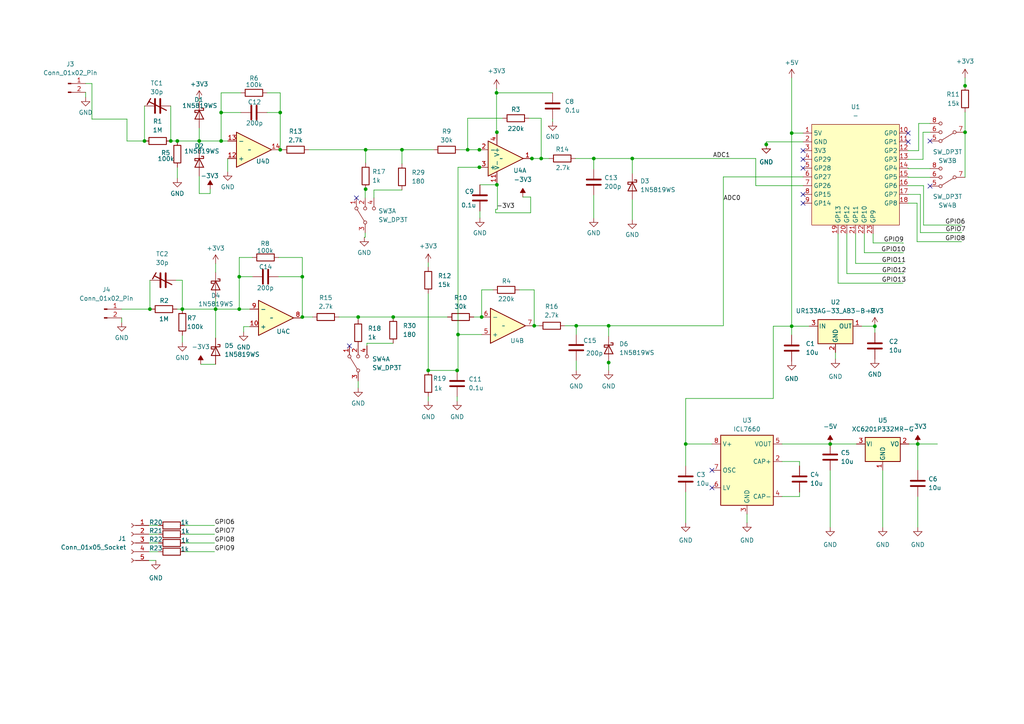
<source format=kicad_sch>
(kicad_sch (version 20230121) (generator eeschema)
  (paper "A4")
  (lib_symbols
    (symbol "Connector:Conn_01x02_Pin" (pin_names (offset 1.016) hide)
      (property "Reference" "J" (at 0 2.54 0))
      (property "Value" "Conn_01x02_Pin" (at 0 -5.08 0))
      (symbol "Conn_01x02_Pin_1_1"
        (polyline (pts (xy 1.27 -2.54) (xy 0.8636 -2.54)) (stroke (width 0.1524)))
        (polyline (pts (xy 1.27 0) (xy 0.8636 0)) (stroke (width 0.1524)))
        (rectangle (start 0.8636 -2.413) (end 0 -2.667) (stroke (width 0.1524)) (fill (type outline)))
        (rectangle (start 0.8636 0.127) (end 0 -0.127) (stroke (width 0.1524)) (fill (type outline)))
        (pin passive line (at 5.08 0 180) (length 3.81) (name "Pin_1") (number "1"))
        (pin passive line (at 5.08 -2.54 180) (length 3.81) (name "Pin_2") (number "2"))
      )
    )
    (symbol "Connector:Conn_01x05_Socket" (pin_names (offset 1.016) hide)
      (property "Reference" "J" (at 0 7.62 0))
      (property "Value" "Conn_01x05_Socket" (at 0 -7.62 0))
      (symbol "Conn_01x05_Socket_1_1"
        (arc (start 0 -4.572) (mid -0.5058 -5.08) (end 0 -5.588) (stroke (width 0.1524)))
        (arc (start 0 -2.032) (mid -0.5058 -2.54) (end 0 -3.048) (stroke (width 0.1524)))
        (polyline (pts (xy -1.27 -5.08) (xy -0.508 -5.08)) (stroke (width 0.1524)))
        (polyline (pts (xy -1.27 -2.54) (xy -0.508 -2.54)) (stroke (width 0.1524)))
        (polyline (pts (xy -1.27 0) (xy -0.508 0)) (stroke (width 0.1524)))
        (polyline (pts (xy -1.27 2.54) (xy -0.508 2.54)) (stroke (width 0.1524)))
        (polyline (pts (xy -1.27 5.08) (xy -0.508 5.08)) (stroke (width 0.1524)))
        (arc (start 0 0.508) (mid -0.5058 0) (end 0 -0.508) (stroke (width 0.1524)))
        (arc (start 0 3.048) (mid -0.5058 2.54) (end 0 2.032) (stroke (width 0.1524)))
        (arc (start 0 5.588) (mid -0.5058 5.08) (end 0 4.572) (stroke (width 0.1524)))
        (pin passive line (at -5.08 5.08 0) (length 3.81) (name "Pin_1") (number "1"))
        (pin passive line (at -5.08 2.54 0) (length 3.81) (name "Pin_2") (number "2"))
        (pin passive line (at -5.08 0 0) (length 3.81) (name "Pin_3") (number "3"))
        (pin passive line (at -5.08 -2.54 0) (length 3.81) (name "Pin_4") (number "4"))
        (pin passive line (at -5.08 -5.08 0) (length 3.81) (name "Pin_5") (number "5"))
      )
    )
    (symbol "Device:C" (pin_numbers hide) (pin_names (offset 0.254))
      (property "Reference" "C" (at 0.635 2.54 0))
      (property "Value" "C" (at 0.635 -2.54 0))
      (symbol "C_0_1"
        (polyline (pts (xy -2.032 -0.762) (xy 2.032 -0.762)) (stroke (width 0.508)))
        (polyline (pts (xy -2.032 0.762) (xy 2.032 0.762)) (stroke (width 0.508)))
      )
      (symbol "C_1_1"
        (pin passive line (at 0 3.81 270) (length 2.794) (name "~") (number "1"))
        (pin passive line (at 0 -3.81 90) (length 2.794) (name "~") (number "2"))
      )
    )
    (symbol "Device:C_Trim" (pin_numbers hide) (pin_names (offset 0.254) hide)
      (property "Reference" "C" (at 1.524 -2.032 0))
      (property "Value" "C_Trim" (at 3.048 -3.556 0))
      (symbol "C_Trim_0_1"
        (polyline (pts (xy -2.032 -0.762) (xy 2.032 -0.762)) (stroke (width 0.508)))
        (polyline (pts (xy -2.032 0.762) (xy 2.032 0.762)) (stroke (width 0.508)))
        (polyline (pts (xy 1.27 2.54) (xy -1.27 -2.54)) (stroke (width 0.3048)))
        (polyline (pts (xy 1.27 2.54) (xy 0.381 3.048)) (stroke (width 0.3048)))
        (polyline (pts (xy 1.27 2.54) (xy 2.159 2.032)) (stroke (width 0.3048)))
      )
      (symbol "C_Trim_1_1"
        (pin passive line (at 0 3.81 270) (length 3.048) (name "~") (number "1"))
        (pin passive line (at 0 -3.81 90) (length 3.048) (name "~") (number "2"))
      )
    )
    (symbol "Device:R" (pin_numbers hide) (pin_names (offset 0))
      (property "Reference" "R" (at 2.032 0 90))
      (property "Value" "R" (at 0 0 90))
      (symbol "R_0_1"
        (rectangle (start -1.016 -2.54) (end 1.016 2.54) (stroke (width 0.254)))
      )
      (symbol "R_1_1"
        (pin passive line (at 0 3.81 270) (length 1.27) (name "~") (number "1"))
        (pin passive line (at 0 -3.81 90) (length 1.27) (name "~") (number "2"))
      )
    )
    (symbol "Diode:1N5819WS" (pin_numbers hide) (pin_names (offset 1.016) hide)
      (property "Reference" "D" (at 0 2.54 0))
      (property "Value" "1N5819WS" (at 0 -2.54 0))
      (symbol "1N5819WS_0_1"
        (polyline (pts (xy 1.27 0) (xy -1.27 0)))
        (polyline (pts (xy 1.27 1.27) (xy 1.27 -1.27) (xy -1.27 0) (xy 1.27 1.27)) (stroke (width 0.254)))
        (polyline (pts (xy -1.905 0.635) (xy -1.905 1.27) (xy -1.27 1.27) (xy -1.27 -1.27) (xy -0.635 -1.27) (xy -0.635 -0.635)) (stroke (width 0.254)))
      )
      (symbol "1N5819WS_1_1"
        (pin passive line (at -3.81 0 0) (length 2.54) (name "K") (number "1"))
        (pin passive line (at 3.81 0 180) (length 2.54) (name "A") (number "2"))
      )
    )
    (symbol "RP2040-Zero:RP2040-Zero"
      (property "Reference" "U1" (at 0 12.7 0))
      (property "Value" "-" (at 0 10.16 0))
      (symbol "RP2040-Zero_0_1"
        (rectangle (start -12.7 7.62) (end 12.7 -21.59) (fill (type background)))
      )
      (symbol "RP2040-Zero_1_1"
        (pin power_in line (at -15.24 5.08 0) (length 2.54) (name "5V") (number "1"))
        (pin bidirectional line (at 15.24 5.08 180) (length 2.54) (name "GP0") (number "10"))
        (pin bidirectional line (at 15.24 2.54 180) (length 2.54) (name "GP1") (number "11"))
        (pin bidirectional line (at 15.24 0 180) (length 2.54) (name "GP2") (number "12"))
        (pin bidirectional line (at 15.24 -2.54 180) (length 2.54) (name "GP3") (number "13"))
        (pin bidirectional line (at 15.24 -5.08 180) (length 2.54) (name "GP4") (number "14"))
        (pin bidirectional line (at 15.24 -7.62 180) (length 2.54) (name "GP5") (number "15"))
        (pin bidirectional line (at 15.24 -10.16 180) (length 2.54) (name "GP6") (number "16"))
        (pin bidirectional line (at 15.24 -12.7 180) (length 2.54) (name "GP7") (number "17"))
        (pin bidirectional line (at 15.24 -15.24 180) (length 2.54) (name "GP8") (number "18"))
        (pin bidirectional line (at -5.08 -24.13 90) (length 2.54) (name "GP13") (number "19"))
        (pin power_in line (at -15.24 2.54 0) (length 2.54) (name "GND") (number "2"))
        (pin bidirectional line (at -2.54 -24.13 90) (length 2.54) (name "GP12") (number "20"))
        (pin bidirectional line (at 0 -24.13 90) (length 2.54) (name "GP11") (number "21"))
        (pin bidirectional line (at 2.54 -24.13 90) (length 2.54) (name "GP10") (number "22"))
        (pin bidirectional line (at 5.08 -24.13 90) (length 2.54) (name "GP9") (number "23"))
        (pin power_in line (at -15.24 0 0) (length 2.54) (name "3V3") (number "3"))
        (pin bidirectional line (at -15.24 -2.54 0) (length 2.54) (name "GP29") (number "4"))
        (pin bidirectional line (at -15.24 -5.08 0) (length 2.54) (name "GP28") (number "5"))
        (pin bidirectional line (at -15.24 -7.62 0) (length 2.54) (name "GP27") (number "6"))
        (pin bidirectional line (at -15.24 -10.16 0) (length 2.54) (name "GP26") (number "7"))
        (pin bidirectional line (at -15.24 -12.7 0) (length 2.54) (name "GP15") (number "8"))
        (pin bidirectional line (at -15.24 -15.24 0) (length 2.54) (name "GP14") (number "9"))
      )
    )
    (symbol "Regulator_Linear:L78L33_SOT89" (pin_names (offset 0.254))
      (property "Reference" "U" (at -3.81 3.175 0))
      (property "Value" "L78L33_SOT89" (at -0.635 3.175 0))
      (symbol "L78L33_SOT89_0_1"
        (rectangle (start -5.08 1.905) (end 5.08 -5.08) (stroke (width 0.254)) (fill (type background)))
      )
      (symbol "L78L33_SOT89_1_1"
        (pin power_out line (at 7.62 0 180) (length 2.54) (name "OUT") (number "1"))
        (pin power_in line (at 0 -7.62 90) (length 2.54) (name "GND") (number "2"))
        (pin power_in line (at -7.62 0 0) (length 2.54) (name "IN") (number "3"))
      )
    )
    (symbol "Regulator_Linear:XC6206PxxxMR" (pin_names (offset 0.254))
      (property "Reference" "U" (at -3.81 3.175 0))
      (property "Value" "XC6206PxxxMR" (at 0 3.175 0))
      (symbol "XC6206PxxxMR_0_1"
        (rectangle (start -5.08 1.905) (end 5.08 -5.08) (stroke (width 0.254)) (fill (type background)))
      )
      (symbol "XC6206PxxxMR_1_1"
        (pin power_in line (at 0 -7.62 90) (length 2.54) (name "GND") (number "1"))
        (pin power_out line (at 7.62 0 180) (length 2.54) (name "VO") (number "2"))
        (pin power_in line (at -7.62 0 0) (length 2.54) (name "VI") (number "3"))
      )
    )
    (symbol "Regulator_SwitchedCapacitor:ICL7660"
      (property "Reference" "U" (at -6.35 11.43 0))
      (property "Value" "ICL7660" (at 3.81 11.43 0))
      (symbol "ICL7660_0_1"
        (rectangle (start -7.62 10.16) (end 7.62 -10.16) (stroke (width 0.254)) (fill (type background)))
      )
      (symbol "ICL7660_1_1"
        (pin no_connect line (at -7.62 5.08 0) (length 2.54) hide (name "NC") (number "1"))
        (pin input line (at 10.16 2.54 180) (length 2.54) (name "CAP+") (number "2"))
        (pin power_in line (at 0 -12.7 90) (length 2.54) (name "GND") (number "3"))
        (pin input line (at 10.16 -7.62 180) (length 2.54) (name "CAP-") (number "4"))
        (pin power_out line (at 10.16 7.62 180) (length 2.54) (name "VOUT") (number "5"))
        (pin input line (at -10.16 -5.08 0) (length 2.54) (name "LV") (number "6"))
        (pin input line (at -10.16 0 0) (length 2.54) (name "OSC") (number "7"))
        (pin power_in line (at -10.16 7.62 0) (length 2.54) (name "V+") (number "8"))
      )
    )
    (symbol "Switch:SW_DP3T" (pin_names (offset 0) hide)
      (property "Reference" "SW" (at 0 5.08 0))
      (property "Value" "SW_DP3T" (at 0 -5.08 0))
      (symbol "SW_DP3T_0_1"
        (circle (center -2.032 0) (radius 0.4572))
        (polyline (pts (xy -1.651 0.254) (xy 1.651 2.286)))
        (circle (center 2.032 -2.54) (radius 0.4572))
        (circle (center 2.032 0) (radius 0.4572))
        (circle (center 2.032 2.54) (radius 0.4572))
      )
      (symbol "SW_DP3T_1_1"
        (pin passive line (at 5.08 2.54 180) (length 2.54) (name "1") (number "1"))
        (pin passive line (at 5.08 0 180) (length 2.54) (name "2") (number "2"))
        (pin passive line (at -5.08 0 0) (length 2.54) (name "3") (number "3"))
        (pin passive line (at 5.08 -2.54 180) (length 2.54) (name "4") (number "4"))
      )
      (symbol "SW_DP3T_2_1"
        (pin passive line (at 5.08 2.54 180) (length 2.54) (name "5") (number "5"))
        (pin passive line (at 5.08 0 180) (length 2.54) (name "6") (number "6"))
        (pin passive line (at -5.08 0 0) (length 2.54) (name "7") (number "7"))
        (pin passive line (at 5.08 -2.54 180) (length 2.54) (name "8") (number "8"))
      )
    )
    (symbol "TP2264-SR:TP2264-SR"
      (property "Reference" "U" (at 0 0 0))
      (symbol "TP2264-SR_0_1"
        (polyline (pts (xy 6.35 0) (xy -3.81 5.08) (xy -3.81 -5.08) (xy 6.35 0)) (stroke (width 0.254)) (fill (type background)))
      )
      (symbol "TP2264-SR_1_1"
        (pin output line (at 8.89 0 180) (length 2.54) (name "~") (number "1"))
        (pin power_in line (at -1.27 -7.62 90) (length 3.81) (name "V-") (number "11"))
        (pin input line (at -6.35 2.54 0) (length 2.54) (name "-") (number "2"))
        (pin input line (at -6.35 -2.54 0) (length 2.54) (name "+") (number "3"))
        (pin power_in line (at -1.27 7.62 270) (length 3.81) (name "V+") (number "4"))
      )
      (symbol "TP2264-SR_2_1"
        (pin input line (at -6.35 -2.54 0) (length 2.54) (name "+") (number "5"))
        (pin input line (at -6.35 2.54 0) (length 2.54) (name "-") (number "6"))
        (pin output line (at 8.89 0 180) (length 2.54) (name "~") (number "7"))
      )
      (symbol "TP2264-SR_3_1"
        (pin input line (at -6.35 -2.54 0) (length 2.54) (name "+") (number "10"))
        (pin output line (at 8.89 0 180) (length 2.54) (name "~") (number "8"))
        (pin input line (at -6.35 2.54 0) (length 2.54) (name "-") (number "9"))
      )
      (symbol "TP2264-SR_4_1"
        (pin input line (at -6.35 -2.54 0) (length 2.54) (name "+") (number "12"))
        (pin input line (at -6.35 2.54 0) (length 2.54) (name "-") (number "13"))
        (pin output line (at 8.89 0 180) (length 2.54) (name "~") (number "14"))
      )
    )
    (symbol "power:+3V3" (power) (pin_names (offset 0))
      (property "Value" "+3V3" (at 0 3.556 0))
      (symbol "+3V3_0_1"
        (polyline (pts (xy -0.762 1.27) (xy 0 2.54)))
        (polyline (pts (xy 0 0) (xy 0 2.54)))
        (polyline (pts (xy 0 2.54) (xy 0.762 1.27)))
      )
      (symbol "+3V3_1_1"
        (pin power_in line (at 0 0 90) (length 0) hide (name "+3V3") (number "1"))
      )
    )
    (symbol "power:+5V" (power) (pin_names (offset 0))
      (property "Value" "+5V" (at 0 3.556 0))
      (symbol "+5V_0_1"
        (polyline (pts (xy -0.762 1.27) (xy 0 2.54)))
        (polyline (pts (xy 0 0) (xy 0 2.54)))
        (polyline (pts (xy 0 2.54) (xy 0.762 1.27)))
      )
      (symbol "+5V_1_1"
        (pin power_in line (at 0 0 90) (length 0) hide (name "+5V") (number "1"))
      )
    )
    (symbol "power:-3V3" (power) (pin_names (offset 0))
      (property "Value" "-3V3" (at 0 3.81 0))
      (symbol "-3V3_0_0"
        (pin power_in line (at 0 0 90) (length 0) hide (name "-3V3") (number "1"))
      )
      (symbol "-3V3_0_1"
        (polyline (pts (xy 0 0) (xy 0 1.27) (xy 0.762 1.27) (xy 0 2.54) (xy -0.762 1.27) (xy 0 1.27)) (fill (type outline)))
      )
    )
    (symbol "power:-5V" (power) (pin_names (offset 0))
      (property "Value" "-5V" (at 0 3.81 0))
      (symbol "-5V_0_0"
        (pin power_in line (at 0 0 90) (length 0) hide (name "-5V") (number "1"))
      )
      (symbol "-5V_0_1"
        (polyline (pts (xy 0 0) (xy 0 1.27) (xy 0.762 1.27) (xy 0 2.54) (xy -0.762 1.27) (xy 0 1.27)) (fill (type outline)))
      )
    )
    (symbol "power:GND" (power) (pin_names (offset 0))
      (property "Value" "GND" (at 0 -3.81 0))
      (symbol "GND_0_1"
        (polyline (pts (xy 0 0) (xy 0 -1.27) (xy 1.27 -1.27) (xy 0 -2.54) (xy -1.27 -1.27) (xy 0 -1.27)))
      )
      (symbol "GND_1_1"
        (pin power_in line (at 0 0 270) (length 0) hide (name "GND") (number "1"))
      )
    )
  )
  (junction (at 176.53 94.488))
  (junction (at 167.132 94.488))
  (junction (at 144.018 26.924))
  (junction (at 266.192 128.778))
  (junction (at 135.636 43.434))
  (junction (at 62.5348 89.662))
  (junction (at 69.3928 89.662))
  (junction (at 52.8828 89.662))
  (junction (at 198.882 128.778))
  (junction (at 139.7 91.948))
  (junction (at 69.3928 80.264))
  (junction (at 132.588 107.442))
  (junction (at 51.435 40.894))
  (junction (at 279.908 38.354))
  (junction (at 222.25 41.91))
  (junction (at 49.53 40.894))
  (junction (at 114.046 91.948))
  (junction (at 64.135 32.639))
  (junction (at 81.28 32.639))
  (junction (at 154.2796 45.974))
  (junction (at 139.0396 43.434))
  (junction (at 43.4848 89.662))
  (junction (at 154.94 94.488))
  (junction (at 64.135 40.894))
  (junction (at 156.972 45.974))
  (junction (at 240.792 128.778))
  (junction (at 106.045 54.864))
  (junction (at 41.91 40.894))
  (junction (at 103.886 91.948))
  (junction (at 116.586 43.434))
  (junction (at 253.746 94.615))
  (junction (at 81.28 43.434))
  (junction (at 172.212 45.974))
  (junction (at 229.616 94.615))
  (junction (at 124.206 107.442))
  (junction (at 87.6808 80.264))
  (junction (at 139.0396 48.514))
  (junction (at 279.908 24.892))
  (junction (at 176.53 105.156))
  (junction (at 132.842 97.028))
  (junction (at 106.045 43.434))
  (junction (at 144.1196 38.354))
  (junction (at 229.616 38.608))
  (junction (at 57.785 40.894))
  (junction (at 144.1196 53.594))
  (junction (at 87.6808 91.948))
  (junction (at 183.388 45.974))
  (no_connect (at 232.918 58.928))
  (no_connect (at 206.502 141.478))
  (no_connect (at 269.748 40.894))
  (no_connect (at 263.398 41.148))
  (no_connect (at 232.918 46.228))
  (no_connect (at 101.346 100.33))
  (no_connect (at 263.398 38.608))
  (no_connect (at 232.918 48.768))
  (no_connect (at 232.918 56.388))
  (no_connect (at 206.502 136.398))
  (no_connect (at 269.748 53.975))
  (no_connect (at 103.378 57.404))
  (no_connect (at 232.918 43.688))
  (wire (pts (xy 43.18 162.56) (xy 45.212 162.56)))
  (wire (pts (xy 229.616 38.608) (xy 229.616 94.615)))
  (wire (pts (xy 206.502 128.778) (xy 198.882 128.778)))
  (wire (pts (xy 266.446 43.688) (xy 263.398 43.688)))
  (wire (pts (xy 51.435 40.894) (xy 57.785 40.894)))
  (wire (pts (xy 139.192 61.214) (xy 139.192 63.246)))
  (wire (pts (xy 124.206 85.09) (xy 124.206 107.442)))
  (wire (pts (xy 26.67 24.2316) (xy 26.67 34.544)))
  (wire (pts (xy 229.616 94.615) (xy 229.616 97.155)))
  (wire (pts (xy 269.748 51.435) (xy 263.398 51.435)))
  (wire (pts (xy 58.2168 105.664) (xy 62.5348 105.664)))
  (wire (pts (xy 145.796 34.29) (xy 135.636 34.29)))
  (wire (pts (xy 105.918 54.864) (xy 106.045 54.864)))
  (wire (pts (xy 172.212 45.974) (xy 183.388 45.974)))
  (wire (pts (xy 89.535 43.434) (xy 106.045 43.434)))
  (wire (pts (xy 26.67 34.544) (xy 36.83 34.544)))
  (wire (pts (xy 114.046 91.948) (xy 103.886 91.948)))
  (wire (pts (xy 116.586 43.434) (xy 125.73 43.434)))
  (wire (pts (xy 143.764 61.722) (xy 153.924 61.722)))
  (wire (pts (xy 144.1196 38.354) (xy 144.272 38.354)))
  (wire (pts (xy 263.398 48.895) (xy 263.398 48.768)))
  (wire (pts (xy 231.902 144.018) (xy 226.822 144.018)))
  (wire (pts (xy 64.135 32.639) (xy 69.85 32.639)))
  (wire (pts (xy 144.018 25.654) (xy 144.018 26.924)))
  (wire (pts (xy 24.8412 24.2316) (xy 26.67 24.2316)))
  (wire (pts (xy 269.748 48.895) (xy 263.398 48.895)))
  (wire (pts (xy 154.2796 45.974) (xy 156.972 45.974)))
  (wire (pts (xy 183.388 50.292) (xy 183.388 45.974)))
  (wire (pts (xy 62.5348 76.454) (xy 62.5348 78.994)))
  (wire (pts (xy 64.135 40.894) (xy 66.04 40.894)))
  (wire (pts (xy 163.83 94.488) (xy 167.132 94.488)))
  (wire (pts (xy 150.622 84.074) (xy 154.94 84.074)))
  (wire (pts (xy 156.972 45.974) (xy 159.258 45.974)))
  (wire (pts (xy 267.716 38.354) (xy 267.716 46.228)))
  (wire (pts (xy 105.918 67.564) (xy 105.918 68.834)))
  (wire (pts (xy 261.9248 70.4596) (xy 261.9248 70.612)))
  (wire (pts (xy 144.018 38.354) (xy 144.1196 38.354)))
  (wire (pts (xy 43.18 154.94) (xy 45.974 154.94)))
  (wire (pts (xy 278.892 67.4116) (xy 278.892 67.4624)))
  (wire (pts (xy 114.046 99.568) (xy 106.426 99.568)))
  (wire (pts (xy 77.47 32.639) (xy 81.28 32.639)))
  (wire (pts (xy 198.882 115.57) (xy 224.282 115.57)))
  (wire (pts (xy 256.032 136.398) (xy 256.032 152.908)))
  (wire (pts (xy 139.7 97.028) (xy 132.842 97.028)))
  (wire (pts (xy 51.3588 89.662) (xy 52.8828 89.662)))
  (wire (pts (xy 250.698 67.818) (xy 250.698 73.3044)))
  (wire (pts (xy 219.202 53.848) (xy 232.918 53.848)))
  (wire (pts (xy 263.398 58.928) (xy 265.9888 58.928)))
  (wire (pts (xy 132.842 48.514) (xy 132.842 97.028)))
  (wire (pts (xy 267.8684 65.278) (xy 278.892 65.278)))
  (wire (pts (xy 269.748 38.354) (xy 267.716 38.354)))
  (wire (pts (xy 105.918 57.404) (xy 105.918 54.864)))
  (wire (pts (xy 103.886 91.948) (xy 103.886 92.71)))
  (wire (pts (xy 124.206 115.062) (xy 124.206 116.332)))
  (wire (pts (xy 266.954 56.388) (xy 266.954 67.4624)))
  (wire (pts (xy 269.748 35.814) (xy 266.446 35.814)))
  (wire (pts (xy 231.902 133.858) (xy 231.902 135.128)))
  (wire (pts (xy 209.804 51.308) (xy 209.804 94.488)))
  (wire (pts (xy 144.272 53.594) (xy 144.272 60.706)))
  (wire (pts (xy 243.078 67.818) (xy 243.078 82.1436)))
  (wire (pts (xy 43.18 152.4) (xy 45.974 152.4)))
  (wire (pts (xy 266.446 35.814) (xy 266.446 43.688)))
  (wire (pts (xy 248.158 67.818) (xy 248.158 76.4032)))
  (wire (pts (xy 24.8412 26.7716) (xy 24.8412 28.194)))
  (wire (pts (xy 266.954 67.4624) (xy 278.892 67.4624)))
  (wire (pts (xy 53.594 154.94) (xy 62.23 154.94)))
  (wire (pts (xy 240.792 128.778) (xy 248.412 128.778)))
  (wire (pts (xy 266.192 144.018) (xy 266.192 152.908)))
  (wire (pts (xy 52.8828 97.282) (xy 52.8828 99.314)))
  (wire (pts (xy 263.398 56.388) (xy 266.954 56.388)))
  (wire (pts (xy 266.192 128.778) (xy 266.192 136.398)))
  (wire (pts (xy 36.83 34.544) (xy 36.83 40.894)))
  (wire (pts (xy 57.785 40.894) (xy 57.785 43.434)))
  (wire (pts (xy 267.716 46.228) (xy 263.398 46.228)))
  (wire (pts (xy 231.902 142.748) (xy 231.902 144.018)))
  (wire (pts (xy 139.192 53.594) (xy 144.1196 53.594)))
  (wire (pts (xy 198.882 142.748) (xy 198.882 151.638)))
  (wire (pts (xy 80.8228 74.676) (xy 87.6808 74.676)))
  (wire (pts (xy 64.135 32.639) (xy 64.135 40.894)))
  (wire (pts (xy 51.435 48.514) (xy 51.435 51.689)))
  (wire (pts (xy 43.18 160.02) (xy 45.974 160.02)))
  (wire (pts (xy 242.316 102.235) (xy 242.316 104.14)))
  (wire (pts (xy 226.822 128.778) (xy 240.792 128.778)))
  (wire (pts (xy 103.886 110.49) (xy 103.886 112.522)))
  (wire (pts (xy 87.6808 80.264) (xy 87.6808 91.948)))
  (wire (pts (xy 81.28 32.639) (xy 81.28 43.434)))
  (wire (pts (xy 143.764 60.706) (xy 144.272 60.706)))
  (wire (pts (xy 62.5348 89.662) (xy 62.5348 98.044)))
  (wire (pts (xy 167.132 104.648) (xy 167.132 107.442)))
  (wire (pts (xy 51.1048 81.28) (xy 52.8828 81.28)))
  (wire (pts (xy 69.3928 89.662) (xy 72.4408 89.662)))
  (wire (pts (xy 132.588 107.442) (xy 132.842 107.442)))
  (wire (pts (xy 81.28 43.434) (xy 81.915 43.434)))
  (wire (pts (xy 219.202 45.974) (xy 219.202 53.848)))
  (wire (pts (xy 139.0396 48.514) (xy 139.192 48.514)))
  (wire (pts (xy 265.9888 70.104) (xy 278.892 70.104)))
  (wire (pts (xy 279.908 24.892) (xy 279.908 25.146)))
  (wire (pts (xy 144.1196 53.594) (xy 144.272 53.594)))
  (wire (pts (xy 106.045 43.434) (xy 106.045 47.244)))
  (wire (pts (xy 153.924 57.15) (xy 151.638 57.15)))
  (wire (pts (xy 248.158 76.4032) (xy 262.0772 76.4032)))
  (wire (pts (xy 62.5348 89.662) (xy 69.3928 89.662)))
  (wire (pts (xy 41.91 30.734) (xy 41.91 40.894)))
  (wire (pts (xy 176.53 104.902) (xy 176.53 105.156)))
  (wire (pts (xy 57.785 56.134) (xy 60.96 56.134)))
  (wire (pts (xy 135.636 43.434) (xy 139.0396 43.434)))
  (wire (pts (xy 263.398 53.848) (xy 267.8684 53.848)))
  (wire (pts (xy 43.18 157.48) (xy 45.974 157.48)))
  (wire (pts (xy 229.616 22.606) (xy 229.616 38.608)))
  (wire (pts (xy 240.792 136.398) (xy 240.792 152.908)))
  (wire (pts (xy 73.2028 74.676) (xy 69.3928 74.676)))
  (wire (pts (xy 135.636 34.29) (xy 135.636 43.434)))
  (wire (pts (xy 66.04 45.974) (xy 66.04 49.784)))
  (wire (pts (xy 143.002 84.074) (xy 139.7 84.074)))
  (wire (pts (xy 253.238 70.4596) (xy 261.9248 70.4596)))
  (wire (pts (xy 69.3928 80.264) (xy 69.3928 89.662)))
  (wire (pts (xy 263.652 128.778) (xy 266.192 128.778)))
  (wire (pts (xy 144.018 26.924) (xy 144.018 38.354)))
  (wire (pts (xy 172.212 45.974) (xy 172.212 49.022)))
  (wire (pts (xy 229.616 94.615) (xy 234.696 94.615)))
  (wire (pts (xy 49.53 30.734) (xy 49.53 40.894)))
  (wire (pts (xy 198.882 128.778) (xy 198.882 135.128)))
  (wire (pts (xy 137.414 91.948) (xy 139.7 91.948)))
  (wire (pts (xy 139.7 84.074) (xy 139.7 91.948)))
  (wire (pts (xy 132.842 97.028) (xy 132.842 107.442)))
  (wire (pts (xy 224.282 94.615) (xy 229.616 94.615)))
  (wire (pts (xy 243.078 82.1436) (xy 261.9248 82.1436)))
  (wire (pts (xy 106.045 54.864) (xy 106.172 54.864)))
  (wire (pts (xy 81.28 26.924) (xy 81.28 32.639)))
  (wire (pts (xy 35.306 92.202) (xy 35.306 93.5228)))
  (wire (pts (xy 124.206 76.2) (xy 124.206 77.47)))
  (wire (pts (xy 80.8228 80.264) (xy 87.6808 80.264)))
  (wire (pts (xy 245.618 79.3496) (xy 262.128 79.3496)))
  (wire (pts (xy 53.594 160.02) (xy 62.23 160.02)))
  (wire (pts (xy 106.426 99.568) (xy 106.426 100.33)))
  (wire (pts (xy 154.94 84.074) (xy 154.94 94.488)))
  (wire (pts (xy 98.298 91.948) (xy 103.886 91.948)))
  (wire (pts (xy 35.306 89.662) (xy 43.4848 89.662)))
  (wire (pts (xy 90.678 91.948) (xy 87.6808 91.948)))
  (wire (pts (xy 216.662 149.098) (xy 216.662 151.638)))
  (wire (pts (xy 72.4408 94.742) (xy 70.6628 94.742)))
  (wire (pts (xy 279.908 32.512) (xy 279.908 38.354)))
  (wire (pts (xy 250.698 73.3044) (xy 262.0264 73.3044)))
  (wire (pts (xy 266.192 128.778) (xy 271.907 128.778)))
  (wire (pts (xy 166.878 45.974) (xy 172.212 45.974)))
  (wire (pts (xy 49.53 40.894) (xy 51.435 40.894)))
  (wire (pts (xy 43.4848 89.662) (xy 43.7388 89.662)))
  (wire (pts (xy 57.785 28.829) (xy 57.785 29.464)))
  (wire (pts (xy 183.388 45.974) (xy 219.202 45.974)))
  (wire (pts (xy 253.746 94.615) (xy 253.746 96.52)))
  (wire (pts (xy 232.918 41.148) (xy 222.25 41.148)))
  (wire (pts (xy 226.822 133.858) (xy 231.902 133.858)))
  (wire (pts (xy 176.53 94.488) (xy 209.804 94.488)))
  (wire (pts (xy 133.35 43.434) (xy 135.636 43.434)))
  (wire (pts (xy 62.5348 86.614) (xy 62.5348 89.662)))
  (wire (pts (xy 154.94 94.488) (xy 156.21 94.488)))
  (wire (pts (xy 160.274 34.544) (xy 160.274 35.306)))
  (wire (pts (xy 279.908 38.354) (xy 279.908 51.435)))
  (wire (pts (xy 253.238 67.818) (xy 253.238 70.4596)))
  (wire (pts (xy 144.018 26.924) (xy 160.274 26.924)))
  (wire (pts (xy 229.616 38.608) (xy 232.918 38.608)))
  (wire (pts (xy 57.785 37.084) (xy 57.785 40.894)))
  (wire (pts (xy 73.2028 80.264) (xy 69.3928 80.264)))
  (wire (pts (xy 116.586 55.118) (xy 108.458 55.118)))
  (wire (pts (xy 139.0396 43.434) (xy 139.065 43.434)))
  (wire (pts (xy 265.9888 58.928) (xy 265.9888 70.104)))
  (wire (pts (xy 60.96 56.134) (xy 60.96 54.864)))
  (wire (pts (xy 143.764 61.722) (xy 143.764 60.706)))
  (wire (pts (xy 132.588 115.062) (xy 132.588 116.332)))
  (wire (pts (xy 64.135 26.924) (xy 64.135 32.639)))
  (wire (pts (xy 172.212 56.642) (xy 172.212 63.246)))
  (wire (pts (xy 209.804 51.308) (xy 232.918 51.308)))
  (wire (pts (xy 87.6808 74.676) (xy 87.6808 80.264)))
  (wire (pts (xy 245.618 67.818) (xy 245.618 79.3496)))
  (wire (pts (xy 36.83 40.894) (xy 41.91 40.894)))
  (wire (pts (xy 167.132 94.488) (xy 176.53 94.488)))
  (wire (pts (xy 108.458 55.118) (xy 108.458 57.404)))
  (wire (pts (xy 116.586 43.434) (xy 116.586 47.498)))
  (wire (pts (xy 249.936 94.615) (xy 253.746 94.615)))
  (wire (pts (xy 222.25 41.148) (xy 222.25 41.91)))
  (wire (pts (xy 153.924 61.722) (xy 153.924 57.15)))
  (wire (pts (xy 279.908 22.606) (xy 279.908 24.892)))
  (wire (pts (xy 132.842 48.514) (xy 139.0396 48.514)))
  (wire (pts (xy 176.53 97.536) (xy 176.53 94.488)))
  (wire (pts (xy 53.594 157.48) (xy 62.23 157.48)))
  (wire (pts (xy 154.178 45.974) (xy 154.2796 45.974)))
  (wire (pts (xy 129.794 91.948) (xy 114.046 91.948)))
  (wire (pts (xy 69.3928 74.676) (xy 69.3928 80.264)))
  (wire (pts (xy 124.206 107.442) (xy 132.588 107.442)))
  (wire (pts (xy 87.6808 91.948) (xy 87.6808 92.202)))
  (wire (pts (xy 267.8684 53.848) (xy 267.8684 65.278)))
  (wire (pts (xy 224.282 115.57) (xy 224.282 94.615)))
  (wire (pts (xy 43.4848 81.28) (xy 43.4848 89.662)))
  (wire (pts (xy 167.132 94.488) (xy 167.132 97.028)))
  (wire (pts (xy 106.045 43.434) (xy 116.586 43.434)))
  (wire (pts (xy 52.8828 81.28) (xy 52.8828 89.662)))
  (wire (pts (xy 183.388 57.912) (xy 183.388 63.754)))
  (wire (pts (xy 198.882 115.57) (xy 198.882 128.778)))
  (wire (pts (xy 263.398 51.308) (xy 263.398 51.435)))
  (wire (pts (xy 77.47 26.924) (xy 81.28 26.924)))
  (wire (pts (xy 57.785 40.894) (xy 64.135 40.894)))
  (wire (pts (xy 53.594 152.4) (xy 62.23 152.4)))
  (wire (pts (xy 70.6628 94.742) (xy 70.6628 96.266)))
  (wire (pts (xy 105.918 68.834) (xy 105.664 68.834)))
  (wire (pts (xy 52.8828 89.662) (xy 62.5348 89.662)))
  (wire (pts (xy 156.972 34.29) (xy 156.972 45.974)))
  (wire (pts (xy 176.53 105.156) (xy 176.53 107.442)))
  (wire (pts (xy 153.416 34.29) (xy 156.972 34.29)))
  (wire (pts (xy 57.785 51.054) (xy 57.785 56.134)))
  (wire (pts (xy 69.85 26.924) (xy 64.135 26.924)))
  (label "GPIO6" (at 274.1168 65.278 0))
  (label "GPIO9" (at 62.23 160.02 0))
  (label "GPIO12" (at 255.778 79.3496 0))
  (label "GPIO8" (at 62.23 157.48 0))
  (label "GPIO6" (at 62.23 152.4 0))
  (label "GPIO13" (at 255.7272 82.1436 0))
  (label "ADC0" (at 209.804 58.42 0))
  (label "GPIO7" (at 274.2184 67.4624 0))
  (label "GPIO11" (at 255.7272 76.4032 0))
  (label "GPIO7" (at 62.23 154.94 0))
  (label "GPIO10" (at 255.5748 73.3044 0))
  (label "GPIO8" (at 274.1168 70.104 0))
  (label "GPIO9" (at 256.286 70.4596 0))
  (label "ADC1" (at 206.756 45.974 0))
  (label "-3V3" (at 144.018 60.706 0))
  (symbol (lib_id "power:GND") (at 139.192 63.246 0) (unit 1)
    (property "Reference" "#PWR022" (effects hide))
    (property "Value" "GND" (at 139.192 67.564 0))
  )
  (symbol (lib_id "power:-3V3") (at 266.192 128.778 0) (unit 1)
    (property "Reference" "#PWR07" (effects hide))
    (property "Value" "-3V3" (at 266.192 123.698 0))
  )
  (symbol (lib_id "Device:R") (at 94.488 91.948 90) (unit 1)
    (property "Reference" "R15" (at 94.488 86.36 90))
    (property "Value" "2.7k" (at 94.488 88.9 90))
    (property "Footprint" "Resistor_SMD:R_0603_1608Metric_Pad0.98x0.95mm_HandSolder" (effects hide))
  )
  (symbol (lib_id "Device:R") (at 85.725 43.434 90) (unit 1)
    (property "Reference" "R13" (at 85.725 38.1 90))
    (property "Value" "2.7k" (at 85.725 40.64 90))
    (property "Footprint" "Resistor_SMD:R_0603_1608Metric_Pad0.98x0.95mm_HandSolder" (effects hide))
  )
  (symbol (lib_id "power:+3V3") (at 253.746 94.615 0) (unit 1)
    (property "Reference" "#PWR014" (effects hide))
    (property "Value" "+3V3" (at 253.746 90.17 0))
  )
  (symbol (lib_id "Switch:SW_DP3T") (at 105.918 62.484 90) (unit 1)
    (property "Reference" "SW3" (at 109.728 61.214 90) (effects (justify right)))
    (property "Value" "SW_DP3T" (at 109.728 63.754 90) (effects (justify right)))
    (property "Footprint" "Slide_Switch:DP3T_MSS23D18" (effects hide))
  )
  (symbol (lib_id "Device:C_Trim") (at 45.72 30.734 90) (unit 1)
    (property "Reference" "TC1" (at 45.466 24.13 90))
    (property "Value" "30p" (at 45.466 26.67 90))
    (property "Footprint" "TMCV01-10P100VB:TMCV01-10P100VB" (effects hide))
  )
  (symbol (lib_id "Device:R") (at 51.435 44.704 0) (unit 1)
    (property "Reference" "R5" (at 46.7106 44.323 0) (effects (justify left)))
    (property "Value" "100k" (at 45.6692 46.0502 0) (effects (justify left)))
    (property "Footprint" "Resistor_SMD:R_0603_1608Metric_Pad0.98x0.95mm_HandSolder" (effects hide))
  )
  (symbol (lib_id "Device:R") (at 49.784 160.02 90) (unit 1)
    (property "Reference" "R23" (at 45.212 159.004 90))
    (property "Value" "1k" (at 53.594 159.258 90))
    (property "Footprint" "Resistor_SMD:R_0603_1608Metric_Pad0.98x0.95mm_HandSolder" (effects hide))
  )
  (symbol (lib_id "Device:R") (at 49.784 152.4 90) (unit 1)
    (property "Reference" "R20" (at 45.212 151.511 90))
    (property "Value" "1k" (at 53.594 151.511 90))
    (property "Footprint" "Resistor_SMD:R_0603_1608Metric_Pad0.98x0.95mm_HandSolder" (effects hide))
  )
  (symbol (lib_id "Device:R") (at 129.54 43.434 90) (unit 1)
    (property "Reference" "R9" (at 129.54 38.1 90))
    (property "Value" "30k" (at 129.54 40.64 90))
    (property "Footprint" "Resistor_SMD:R_0603_1608Metric_Pad0.98x0.95mm_HandSolder" (effects hide))
  )
  (symbol (lib_id "TP2264-SR:TP2264-SR") (at 72.39 43.434 0) (unit 4)
    (property "Reference" "U4" (at 76.2762 46.7868 0))
    (property "Value" "~" (at 72.39 43.434 0))
    (property "Footprint" "Package_SO:SOIC-14_3.9x8.7mm_P1.27mm" (effects hide))
  )
  (symbol (lib_id "power:+3V3") (at 62.5348 76.454 0) (unit 1)
    (property "Reference" "#PWR013" (effects hide))
    (property "Value" "+3V3" (at 62.5348 72.009 0))
  )
  (symbol (lib_id "Device:C") (at 77.0128 80.264 90) (unit 1)
    (property "Reference" "C14" (at 77.0382 77.3938 90))
    (property "Value" "200p" (at 76.962 83.5152 90))
    (property "Footprint" "Capacitor_SMD:C_0603_1608Metric_Pad1.08x0.95mm_HandSolder" (effects hide))
  )
  (symbol (lib_id "Device:R") (at 149.606 34.29 90) (unit 1)
    (property "Reference" "R3" (at 149.606 31.75 90))
    (property "Value" "220k" (at 149.606 37.3126 90))
    (property "Footprint" "Resistor_SMD:R_0603_1608Metric_Pad0.98x0.95mm_HandSolder" (effects hide))
  )
  (symbol (lib_id "Device:R") (at 47.5488 89.662 90) (unit 1)
    (property "Reference" "R2" (at 47.625 87.1982 90))
    (property "Value" "1M" (at 47.5488 92.5068 90))
    (property "Footprint" "Resistor_SMD:R_0603_1608Metric_Pad0.98x0.95mm_HandSolder" (effects hide))
  )
  (symbol (lib_id "power:GND") (at 167.132 107.442 0) (unit 1)
    (property "Reference" "#PWR029" (effects hide))
    (property "Value" "GND" (at 167.132 112.014 0))
  )
  (symbol (lib_id "power:GND") (at 124.206 116.332 0) (unit 1)
    (property "Reference" "#PWR027" (effects hide))
    (property "Value" "GND" (at 124.206 120.904 0))
  )
  (symbol (lib_id "power:GND") (at 45.212 162.56 0) (unit 1)
    (property "Reference" "#PWR037" (effects hide))
    (property "Value" "GND" (at 45.212 167.64 0))
  )
  (symbol (lib_id "power:GND") (at 176.53 107.442 0) (unit 1)
    (property "Reference" "#PWR030" (effects hide))
    (property "Value" "GND" (at 176.53 112.014 0))
  )
  (symbol (lib_id "Device:C") (at 266.192 140.208 0) (unit 1)
    (property "Reference" "C6" (at 269.24 138.938 0) (effects (justify left)))
    (property "Value" "10u" (at 269.24 141.478 0) (effects (justify left)))
    (property "Footprint" "Capacitor_SMD:C_0805_2012Metric_Pad1.18x1.45mm_HandSolder" (effects hide))
  )
  (symbol (lib_id "Device:R") (at 103.886 96.52 0) (unit 1)
    (property "Reference" "R18" (at 106.68 95.25 0) (effects (justify left)))
    (property "Value" "1k" (at 106.68 97.79 0) (effects (justify left)))
    (property "Footprint" "Resistor_SMD:R_0603_1608Metric_Pad0.98x0.95mm_HandSolder" (effects hide))
  )
  (symbol (lib_id "Device:C") (at 139.192 57.404 0) (unit 1)
    (property "Reference" "C9" (at 134.7978 55.5498 0) (effects (justify left)))
    (property "Value" "0.1u" (at 133.731 59.5122 0) (effects (justify left)))
    (property "Footprint" "Capacitor_SMD:C_0603_1608Metric_Pad1.08x0.95mm_HandSolder" (effects hide))
  )
  (symbol (lib_id "Switch:SW_DP3T") (at 274.828 51.435 180) (unit 2)
    (property "Reference" "SW4" (at 274.828 59.563 0))
    (property "Value" "SW_DP3T" (at 274.828 57.023 0))
    (property "Footprint" "Slide_Switch:DP3T_MSS23D18" (effects hide))
  )
  (symbol (lib_id "Device:R") (at 133.604 91.948 90) (unit 1)
    (property "Reference" "R10" (at 133.604 86.36 90))
    (property "Value" "30k" (at 133.604 88.9 90))
    (property "Footprint" "Resistor_SMD:R_0603_1608Metric_Pad0.98x0.95mm_HandSolder" (effects hide))
  )
  (symbol (lib_id "Device:R") (at 52.8828 93.472 0) (unit 1)
    (property "Reference" "R7" (at 54.2544 92.2528 0) (effects (justify left)))
    (property "Value" "100k" (at 54.1782 94.7674 0) (effects (justify left)))
    (property "Footprint" "Resistor_SMD:R_0603_1608Metric_Pad0.98x0.95mm_HandSolder" (effects hide))
  )
  (symbol (lib_id "Device:C") (at 229.616 100.965 0) (unit 1)
    (property "Reference" "C1" (at 233.68 99.695 0) (effects (justify left)))
    (property "Value" "10u" (at 233.68 102.235 0) (effects (justify left)))
    (property "Footprint" "Capacitor_SMD:C_0805_2012Metric_Pad1.18x1.45mm_HandSolder" (effects hide))
  )
  (symbol (lib_id "Device:C") (at 160.274 30.734 0) (unit 1)
    (property "Reference" "C8" (at 163.83 29.464 0) (effects (justify left)))
    (property "Value" "0.1u" (at 163.83 32.004 0) (effects (justify left)))
    (property "Footprint" "Capacitor_SMD:C_0603_1608Metric_Pad1.08x0.95mm_HandSolder" (effects hide))
  )
  (symbol (lib_id "Connector:Conn_01x02_Pin") (at 30.226 89.662 0) (unit 1)
    (property "Reference" "J4" (at 30.861 84.0232 0))
    (property "Value" "Conn_01x02_Pin" (at 30.861 86.5632 0))
    (property "Footprint" "Connector_PinSocket_2.54mm:PinSocket_1x02_P2.54mm_Vertical" (effects hide))
  )
  (symbol (lib_id "power:+3V3") (at 57.785 28.829 0) (unit 1)
    (property "Reference" "#PWR017" (effects hide))
    (property "Value" "+3V3" (at 57.785 24.384 0))
  )
  (symbol (lib_id "Device:C") (at 167.132 100.838 0) (unit 1)
    (property "Reference" "C15" (at 169.1386 98.7806 0) (effects (justify left)))
    (property "Value" "200p" (at 169.926 102.4382 0) (effects (justify left)))
    (property "Footprint" "Capacitor_SMD:C_0603_1608Metric_Pad1.08x0.95mm_HandSolder" (effects hide))
  )
  (symbol (lib_id "Diode:1N5819WS") (at 176.53 101.346 270) (unit 1)
    (property "Reference" "D6" (at 179.578 99.7585 90) (effects (justify left)))
    (property "Value" "1N5819WS" (at 179.578 102.2985 90) (effects (justify left)))
    (property "Footprint" "Diode_SMD:D_SOD-323_HandSoldering" (effects hide))
    (property "Datasheet" "https://datasheet.lcsc.com/lcsc/2204281430_Guangdong-Hottech-1N5819WS_C191023.pdf" (effects hide))
  )
  (symbol (lib_id "power:GND") (at 253.746 104.14 0) (unit 1)
    (property "Reference" "#PWR011" (effects hide))
    (property "Value" "GND" (at 253.746 108.585 0))
  )
  (symbol (lib_id "Device:R") (at 124.206 111.252 0) (unit 1)
    (property "Reference" "R19" (at 125.5522 109.7788 0) (effects (justify left)))
    (property "Value" "1k" (at 125.857 112.6236 0) (effects (justify left)))
    (property "Footprint" "Resistor_SMD:R_0603_1608Metric_Pad0.98x0.95mm_HandSolder" (effects hide))
  )
  (symbol (lib_id "power:GND") (at 70.6628 96.266 0) (unit 1)
    (property "Reference" "#PWR032" (effects hide))
    (property "Value" "GND" (at 70.6628 100.711 0))
  )
  (symbol (lib_id "power:GND") (at 198.882 151.638 0) (unit 1)
    (property "Reference" "#PWR02" (effects hide))
    (property "Value" "GND" (at 198.882 156.718 0))
  )
  (symbol (lib_id "power:GND") (at 222.25 41.91 0) (unit 1)
    (property "Reference" "#PWR036" (effects hide))
    (property "Value" "GND" (at 222.25 46.99 0))
  )
  (symbol (lib_id "power:GND") (at 51.435 51.689 0) (unit 1)
    (property "Reference" "#PWR015" (effects hide))
    (property "Value" "GND" (at 51.435 56.134 0))
  )
  (symbol (lib_id "Device:C_Trim") (at 47.2948 81.28 90) (unit 1)
    (property "Reference" "TC2" (at 47.0408 73.66 90))
    (property "Value" "30p" (at 47.0408 76.2 90))
    (property "Footprint" "TMCV01-10P100VB:TMCV01-10P100VB" (effects hide))
  )
  (symbol (lib_id "power:GND") (at 242.316 104.14 0) (unit 1)
    (property "Reference" "#PWR010" (effects hide))
    (property "Value" "GND" (at 242.316 109.22 0))
  )
  (symbol (lib_id "power:-5V") (at 240.792 128.778 0) (unit 1)
    (property "Reference" "#PWR06" (effects hide))
    (property "Value" "-5V" (at 240.792 123.698 0))
  )
  (symbol (lib_id "Connector:Conn_01x05_Socket") (at 38.1 157.48 0) (mirror y) (unit 1)
    (property "Reference" "J1" (at 36.6268 156.21 0) (effects (justify left)))
    (property "Value" "Conn_01x05_Socket" (at 36.6268 158.75 0) (effects (justify left)))
    (property "Footprint" "Connector_PinSocket_2.54mm:PinSocket_1x05_P2.54mm_Horizontal" (effects hide))
  )
  (symbol (lib_id "power:-3V3") (at 151.638 57.15 0) (unit 1)
    (property "Reference" "#PWR021" (effects hide))
    (property "Value" "-3V3" (at 151.638 52.07 0))
  )
  (symbol (lib_id "Device:R") (at 106.045 51.054 0) (unit 1)
    (property "Reference" "R17" (at 107.95 49.784 0) (effects (justify left)))
    (property "Value" "1k" (at 107.95 52.324 0) (effects (justify left)))
    (property "Footprint" "Resistor_SMD:R_0603_1608Metric_Pad0.98x0.95mm_HandSolder" (effects hide))
  )
  (symbol (lib_id "RP2040-Zero:RP2040-Zero") (at 248.158 43.688 0) (unit 1)
    (property "Reference" "U1" (at 248.158 30.988 0))
    (property "Value" "-" (at 248.158 33.528 0))
    (property "Footprint" "RP2040-Zero:RP2040 Zero" (effects hide))
  )
  (symbol (lib_id "power:GND") (at 256.032 152.908 0) (unit 1)
    (property "Reference" "#PWR04" (effects hide))
    (property "Value" "GND" (at 256.032 157.988 0))
  )
  (symbol (lib_id "Device:R") (at 163.068 45.974 90) (unit 1)
    (property "Reference" "R14" (at 163.0934 43.307 90))
    (property "Value" "2.7k" (at 163.2712 48.6664 90))
    (property "Footprint" "Resistor_SMD:R_0603_1608Metric_Pad0.98x0.95mm_HandSolder" (effects hide))
  )
  (symbol (lib_id "power:GND") (at 24.8412 28.194 0) (unit 1)
    (property "Reference" "#PWR038" (effects hide))
    (property "Value" "GND" (at 24.8412 32.639 0))
  )
  (symbol (lib_id "Regulator_Linear:L78L33_SOT89") (at 242.316 94.615 0) (unit 1)
    (property "Reference" "U2" (at 242.316 87.63 0))
    (property "Value" "UR133AG-33_AB3-B-R" (at 242.316 90.17 0))
    (property "Footprint" "Package_TO_SOT_SMD:SOT-89-3_Handsoldering" (effects hide))
    (property "Datasheet" "http://www.st.com/content/ccc/resource/technical/document/datasheet/15/55/e5/aa/23/5b/43/fd/CD00000446.pdf/files/CD00000446.pdf/jcr:content/translations/en.CD00000446.pdf" (effects hide))
  )
  (symbol (lib_id "Device:R") (at 73.66 26.924 90) (unit 1)
    (property "Reference" "R6" (at 73.66 22.7076 90))
    (property "Value" "100k" (at 73.66 24.5872 90))
    (property "Footprint" "Resistor_SMD:R_0603_1608Metric_Pad0.98x0.95mm_HandSolder" (effects hide))
  )
  (symbol (lib_id "Regulator_SwitchedCapacitor:ICL7660") (at 216.662 136.398 0) (unit 1)
    (property "Reference" "U3" (at 216.662 121.92 0))
    (property "Value" "ICL7660" (at 216.662 124.46 0))
    (property "Footprint" "Package_SO:SOIC-8_3.9x4.9mm_P1.27mm" (effects hide))
    (property "Datasheet" "http://datasheets.maximintegrated.com/en/ds/ICL7660-MAX1044.pdf" (effects hide))
  )
  (symbol (lib_id "power:GND") (at 229.616 104.775 0) (unit 1)
    (property "Reference" "#PWR09" (effects hide))
    (property "Value" "GND" (at 229.616 109.855 0))
  )
  (symbol (lib_id "power:GND") (at 132.588 116.332 0) (unit 1)
    (property "Reference" "#PWR026" (effects hide))
    (property "Value" "GND" (at 132.588 120.904 0))
  )
  (symbol (lib_id "TP2264-SR:TP2264-SR") (at 78.7908 92.202 0) (unit 3)
    (property "Reference" "U4" (at 82.1944 96.139 0))
    (property "Value" "~" (at 78.7908 92.202 0))
    (property "Footprint" "Package_SO:SOIC-14_3.9x8.7mm_P1.27mm" (effects hide))
  )
  (symbol (lib_id "power:-3V3") (at 60.96 54.864 0) (unit 1)
    (property "Reference" "#PWR018" (effects hide))
    (property "Value" "-3V3" (at 60.833 51.0032 0))
  )
  (symbol (lib_id "Device:R") (at 146.812 84.074 90) (unit 1)
    (property "Reference" "R4" (at 145.542 81.534 90) (effects (justify right)))
    (property "Value" "220k" (at 144.399 86.7156 90) (effects (justify right)))
    (property "Footprint" "Resistor_SMD:R_0603_1608Metric_Pad0.98x0.95mm_HandSolder" (effects hide))
  )
  (symbol (lib_id "Diode:1N5819WS") (at 62.5348 82.804 270) (unit 1)
    (property "Reference" "D4" (at 61.214 85.725 90) (effects (justify left)))
    (property "Value" "1N5819WS" (at 57.4548 88.1634 90) (effects (justify left)))
    (property "Footprint" "Diode_SMD:D_SOD-323_HandSoldering" (effects hide))
    (property "Datasheet" "https://datasheet.lcsc.com/lcsc/2204281430_Guangdong-Hottech-1N5819WS_C191023.pdf" (effects hide))
  )
  (symbol (lib_id "Device:R") (at 116.586 51.308 0) (unit 1)
    (property "Reference" "R29" (at 119.38 50.038 0) (effects (justify left)))
    (property "Value" "180" (at 119.38 52.578 0) (effects (justify left)))
    (property "Footprint" "Resistor_SMD:R_0603_1608Metric_Pad0.98x0.95mm_HandSolder" (effects hide))
  )
  (symbol (lib_id "Diode:1N5819WS") (at 57.785 47.244 270) (unit 1)
    (property "Reference" "D2" (at 56.4134 42.3672 90) (effects (justify left)))
    (property "Value" "1N5819WS" (at 53.3908 43.8658 90) (effects (justify left)))
    (property "Footprint" "Diode_SMD:D_SOD-323_HandSoldering" (effects hide))
    (property "Datasheet" "https://datasheet.lcsc.com/lcsc/2204281430_Guangdong-Hottech-1N5819WS_C191023.pdf" (effects hide))
  )
  (symbol (lib_id "power:GND") (at 266.192 152.908 0) (unit 1)
    (property "Reference" "#PWR08" (effects hide))
    (property "Value" "GND" (at 266.192 157.988 0))
  )
  (symbol (lib_id "Device:C") (at 240.792 132.588 0) (unit 1)
    (property "Reference" "C5" (at 243.84 131.318 0) (effects (justify left)))
    (property "Value" "10u" (at 243.84 133.858 0) (effects (justify left)))
    (property "Footprint" "Capacitor_SMD:C_0805_2012Metric_Pad1.18x1.45mm_HandSolder" (effects hide))
  )
  (symbol (lib_id "Device:C") (at 198.882 138.938 0) (unit 1)
    (property "Reference" "C3" (at 201.93 137.668 0) (effects (justify left)))
    (property "Value" "10u" (at 201.93 140.208 0) (effects (justify left)))
    (property "Footprint" "Capacitor_SMD:C_0805_2012Metric_Pad1.18x1.45mm_HandSolder" (effects hide))
  )
  (symbol (lib_id "power:GND") (at 35.306 93.5228 0) (unit 1)
    (property "Reference" "#PWR039" (effects hide))
    (property "Value" "GND" (at 35.306 97.9678 0))
  )
  (symbol (lib_id "Device:R") (at 124.206 81.28 0) (unit 1)
    (property "Reference" "R12" (at 127 80.01 0) (effects (justify left)))
    (property "Value" "15k" (at 127 82.55 0) (effects (justify left)))
    (property "Footprint" "Resistor_SMD:R_0603_1608Metric_Pad0.98x0.95mm_HandSolder" (effects hide))
  )
  (symbol (lib_id "Device:R") (at 77.0128 74.676 90) (unit 1)
    (property "Reference" "R8" (at 76.8858 70.6374 90))
    (property "Value" "100k" (at 76.8858 72.6948 90))
    (property "Footprint" "Resistor_SMD:R_0603_1608Metric_Pad0.98x0.95mm_HandSolder" (effects hide))
  )
  (symbol (lib_id "Diode:1N5819WS") (at 57.785 33.274 270) (unit 1)
    (property "Reference" "D1" (at 56.3372 28.9306 90) (effects (justify left)))
    (property "Value" "1N5819WS" (at 52.8066 30.6578 90) (effects (justify left)))
    (property "Footprint" "Diode_SMD:D_SOD-323_HandSoldering" (effects hide))
    (property "Datasheet" "https://datasheet.lcsc.com/lcsc/2204281430_Guangdong-Hottech-1N5819WS_C191023.pdf" (effects hide))
  )
  (symbol (lib_id "power:+3V3") (at 144.018 25.654 0) (unit 1)
    (property "Reference" "#PWR020" (effects hide))
    (property "Value" "+3V3" (at 144.018 20.574 0))
  )
  (symbol (lib_id "Device:C") (at 172.212 52.832 0) (unit 1)
    (property "Reference" "C13" (at 175.26 51.562 0) (effects (justify left)))
    (property "Value" "200p" (at 175.26 54.102 0) (effects (justify left)))
    (property "Footprint" "Capacitor_SMD:C_0603_1608Metric_Pad1.08x0.95mm_HandSolder" (effects hide))
  )
  (symbol (lib_id "Device:R") (at 49.784 154.94 90) (unit 1)
    (property "Reference" "R21" (at 45.212 153.924 90))
    (property "Value" "1k" (at 53.721 154.051 90))
    (property "Footprint" "Resistor_SMD:R_0603_1608Metric_Pad0.98x0.95mm_HandSolder" (effects hide))
  )
  (symbol (lib_id "power:GND") (at 52.8828 99.314 0) (unit 1)
    (property "Reference" "#PWR034" (effects hide))
    (property "Value" "GND" (at 52.8828 103.759 0))
  )
  (symbol (lib_id "Device:R") (at 49.784 157.48 90) (unit 1)
    (property "Reference" "R22" (at 45.212 156.464 90))
    (property "Value" "1k" (at 53.721 156.718 90))
    (property "Footprint" "Resistor_SMD:R_0603_1608Metric_Pad0.98x0.95mm_HandSolder" (effects hide))
  )
  (symbol (lib_id "Switch:SW_DP3T") (at 274.828 38.354 180) (unit 2)
    (property "Reference" "SW3" (at 274.828 46.609 0))
    (property "Value" "SW_DP3T" (at 274.828 44.069 0))
    (property "Footprint" "Slide_Switch:DP3T_MSS23D18" (effects hide))
  )
  (symbol (lib_id "Device:R") (at 279.908 28.702 0) (unit 1)
    (property "Reference" "R11" (at 274.4724 27.3558 0) (effects (justify left)))
    (property "Value" "15k" (at 274.7264 30.0228 0) (effects (justify left)))
    (property "Footprint" "Resistor_SMD:R_0603_1608Metric_Pad0.98x0.95mm_HandSolder" (effects hide))
  )
  (symbol (lib_id "power:GND") (at 103.886 112.522 0) (unit 1)
    (property "Reference" "#PWR031" (effects hide))
    (property "Value" "GND" (at 103.886 116.967 0))
  )
  (symbol (lib_id "Device:C") (at 231.902 138.938 0) (unit 1)
    (property "Reference" "C4" (at 234.95 137.668 0) (effects (justify left)))
    (property "Value" "10u" (at 234.95 140.208 0) (effects (justify left)))
    (property "Footprint" "Capacitor_SMD:C_0805_2012Metric_Pad1.18x1.45mm_HandSolder" (effects hide))
  )
  (symbol (lib_id "TP2264-SR:TP2264-SR") (at 146.05 94.488 0) (unit 2)
    (property "Reference" "U4" (at 150.0124 98.8314 0))
    (property "Value" "~" (at 146.05 94.488 0))
    (property "Footprint" "Package_SO:SOIC-14_3.9x8.7mm_P1.27mm" (effects hide))
  )
  (symbol (lib_id "power:+3V3") (at 279.908 22.606 0) (unit 1)
    (property "Reference" "#PWR03" (effects hide))
    (property "Value" "+3V3" (at 279.908 17.78 0))
  )
  (symbol (lib_id "power:+3V3") (at 124.206 76.2 0) (unit 1)
    (property "Reference" "#PWR028" (effects hide))
    (property "Value" "+3V3" (at 124.206 71.374 0))
  )
  (symbol (lib_id "Device:R") (at 160.02 94.488 90) (unit 1)
    (property "Reference" "R16" (at 160.02 88.9 90))
    (property "Value" "2.7k" (at 160.02 91.44 90))
    (property "Footprint" "Resistor_SMD:R_0603_1608Metric_Pad0.98x0.95mm_HandSolder" (effects hide))
  )
  (symbol (lib_id "power:GND") (at 240.792 152.908 0) (unit 1)
    (property "Reference" "#PWR05" (effects hide))
    (property "Value" "GND" (at 240.792 157.988 0))
  )
  (symbol (lib_id "Diode:1N5819WS") (at 62.5348 101.854 270) (unit 1)
    (property "Reference" "D5" (at 65.0748 100.2665 90) (effects (justify left)))
    (property "Value" "1N5819WS" (at 65.0748 102.8065 90) (effects (justify left)))
    (property "Footprint" "Diode_SMD:D_SOD-323_HandSoldering" (effects hide))
    (property "Datasheet" "https://datasheet.lcsc.com/lcsc/2204281430_Guangdong-Hottech-1N5819WS_C191023.pdf" (effects hide))
  )
  (symbol (lib_id "Diode:1N5819WS") (at 183.388 54.102 270) (unit 1)
    (property "Reference" "D3" (at 185.674 52.5145 90) (effects (justify left)))
    (property "Value" "1N5819WS" (at 185.674 55.0545 90) (effects (justify left)))
    (property "Footprint" "Diode_SMD:D_SOD-323_HandSoldering" (effects hide))
    (property "Datasheet" "https://datasheet.lcsc.com/lcsc/2204281430_Guangdong-Hottech-1N5819WS_C191023.pdf" (effects hide))
  )
  (symbol (lib_id "power:GND") (at 172.212 63.246 0) (unit 1)
    (property "Reference" "#PWR024" (effects hide))
    (property "Value" "GND" (at 172.212 67.564 0))
  )
  (symbol (lib_id "Connector:Conn_01x02_Pin") (at 19.7612 24.2316 0) (unit 1)
    (property "Reference" "J3" (at 20.3962 18.5928 0))
    (property "Value" "Conn_01x02_Pin" (at 20.3962 21.1328 0))
    (property "Footprint" "Connector_PinSocket_2.54mm:PinSocket_1x02_P2.54mm_Vertical" (effects hide))
  )
  (symbol (lib_id "Device:C") (at 253.746 100.33 0) (unit 1)
    (property "Reference" "C2" (at 257.81 99.06 0) (effects (justify left)))
    (property "Value" "10u" (at 257.81 101.6 0) (effects (justify left)))
    (property "Footprint" "Capacitor_SMD:C_0805_2012Metric_Pad1.18x1.45mm_HandSolder" (effects hide))
  )
  (symbol (lib_id "power:-3V3") (at 58.2168 105.664 0) (unit 1)
    (property "Reference" "#PWR033" (effects hide))
    (property "Value" "-3V3" (at 58.2168 100.584 0))
  )
  (symbol (lib_id "Switch:SW_DP3T") (at 103.886 105.41 90) (unit 1)
    (property "Reference" "SW4" (at 107.95 104.14 90) (effects (justify right)))
    (property "Value" "SW_DP3T" (at 107.95 106.68 90) (effects (justify right)))
    (property "Footprint" "Slide_Switch:DP3T_MSS23D18" (effects hide))
  )
  (symbol (lib_id "Device:R") (at 114.046 95.758 0) (unit 1)
    (property "Reference" "R30" (at 116.84 94.488 0) (effects (justify left)))
    (property "Value" "180" (at 116.84 97.028 0) (effects (justify left)))
    (property "Footprint" "Resistor_SMD:R_0603_1608Metric_Pad0.98x0.95mm_HandSolder" (effects hide))
  )
  (symbol (lib_id "Regulator_Linear:XC6206PxxxMR") (at 256.032 128.778 0) (unit 1)
    (property "Reference" "U5" (at 256.032 121.92 0))
    (property "Value" "XC6201P332MR-G" (at 256.032 124.46 0))
    (property "Footprint" "Package_TO_SOT_SMD:SOT-23-3" (effects hide))
    (property "Datasheet" "https://www.torexsemi.com/file/xc6206/XC6206.pdf" (effects hide))
  )
  (symbol (lib_id "power:GND") (at 66.04 49.784 0) (unit 1)
    (property "Reference" "#PWR016" (effects hide))
    (property "Value" "GND" (at 66.04 54.229 0))
  )
  (symbol (lib_id "Device:C") (at 73.66 32.639 90) (unit 1)
    (property "Reference" "C12" (at 73.8124 29.6164 90))
    (property "Value" "200p" (at 73.8124 35.7124 90))
    (property "Footprint" "Capacitor_SMD:C_0603_1608Metric_Pad1.08x0.95mm_HandSolder" (effects hide))
  )
  (symbol (lib_id "power:GND") (at 222.25 41.91 0) (unit 1)
    (property "Reference" "#PWR035" (effects hide))
    (property "Value" "GND" (at 222.25 46.99 0))
  )
  (symbol (lib_id "power:GND") (at 105.664 68.834 0) (unit 1)
    (property "Reference" "#PWR019" (effects hide))
    (property "Value" "GND" (at 105.664 73.279 0))
  )
  (symbol (lib_id "power:GND") (at 183.388 63.754 0) (unit 1)
    (property "Reference" "#PWR025" (effects hide))
    (property "Value" "GND" (at 183.388 68.072 0))
  )
  (symbol (lib_id "power:+5V") (at 229.616 22.606 0) (unit 1)
    (property "Reference" "#PWR012" (effects hide))
    (property "Value" "+5V" (at 229.616 18.161 0))
  )
  (symbol (lib_id "TP2264-SR:TP2264-SR") (at 145.3896 45.974 0) (unit 1)
    (property "Reference" "U4" (at 150.7998 49.4538 0))
    (property "Value" "~" (at 145.3896 45.974 0))
    (property "Footprint" "Package_SO:SOIC-14_3.9x8.7mm_P1.27mm" (effects hide))
  )
  (symbol (lib_id "power:GND") (at 216.662 151.638 0) (unit 1)
    (property "Reference" "#PWR01" (effects hide))
    (property "Value" "GND" (at 216.662 156.718 0))
  )
  (symbol (lib_id "Device:C") (at 132.588 111.252 0) (unit 1)
    (property "Reference" "C11" (at 135.89 109.982 0) (effects (justify left)))
    (property "Value" "0.1u" (at 135.89 112.522 0) (effects (justify left)))
    (property "Footprint" "Capacitor_SMD:C_0603_1608Metric_Pad1.08x0.95mm_HandSolder" (effects hide))
  )
  (symbol (lib_id "Device:R") (at 45.72 40.894 90) (unit 1)
    (property "Reference" "R1" (at 45.72 35.179 90))
    (property "Value" "1M" (at 45.72 37.719 90))
    (property "Footprint" "Resistor_SMD:R_0603_1608Metric_Pad0.98x0.95mm_HandSolder" (effects hide))
  )
  (symbol (lib_id "power:GND") (at 160.274 35.306 0) (unit 1)
    (property "Reference" "#PWR023" (effects hide))
    (property "Value" "GND" (at 160.274 39.624 0))
  )
)
</source>
